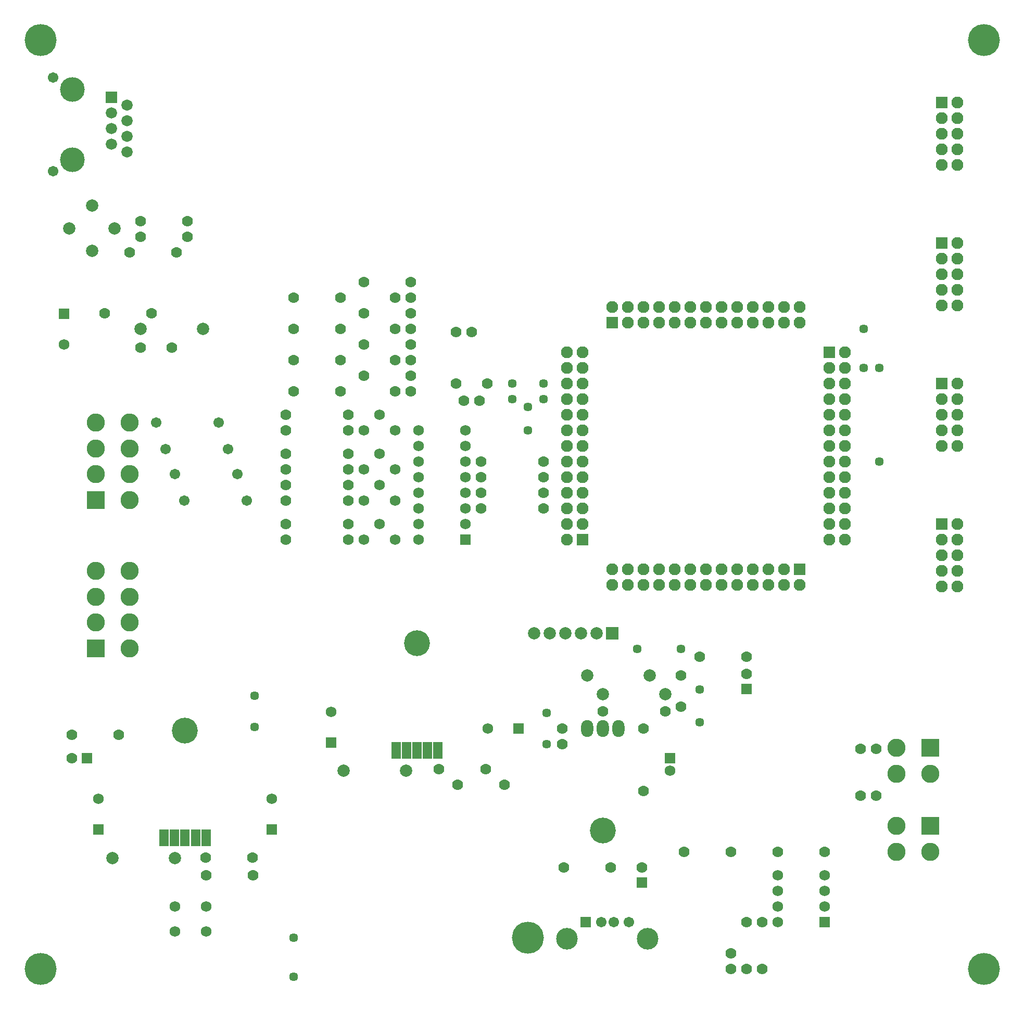
<source format=gts>
G04*
G04 #@! TF.GenerationSoftware,Altium Limited,Altium Designer,21.5.1 (32)*
G04*
G04 Layer_Color=8388736*
%FSLAX25Y25*%
%MOIN*%
G70*
G04*
G04 #@! TF.SameCoordinates,C97E674D-CBD0-4417-8129-BB80065031B2*
G04*
G04*
G04 #@! TF.FilePolarity,Negative*
G04*
G01*
G75*
%ADD17C,0.07000*%
%ADD18R,0.07000X0.07000*%
%ADD19R,0.07000X0.07000*%
%ADD20C,0.06706*%
%ADD21C,0.07690*%
%ADD22R,0.07690X0.07690*%
%ADD23R,0.11627X0.11627*%
%ADD24C,0.11627*%
%ADD25C,0.07887*%
%ADD26C,0.15800*%
%ADD27C,0.07200*%
%ADD28R,0.07200X0.07200*%
%ADD29R,0.06800X0.06800*%
%ADD30C,0.06800*%
%ADD31R,0.07690X0.07690*%
%ADD32R,0.06706X0.06706*%
%ADD33C,0.13855*%
%ADD34C,0.20485*%
%ADD35R,0.06800X0.06800*%
%ADD36O,0.07800X0.10800*%
%ADD37C,0.16548*%
%ADD38R,0.07887X0.07887*%
%ADD39R,0.05918X0.10642*%
%ADD40C,0.05721*%
D17*
X40000Y170000D02*
D03*
X70000D02*
D03*
X40000Y155000D02*
D03*
X385000Y85000D02*
D03*
X355000D02*
D03*
X405000D02*
D03*
X472000Y209000D02*
D03*
Y220000D02*
D03*
X442000D02*
D03*
X522000Y95000D02*
D03*
X492000D02*
D03*
X227000Y460000D02*
D03*
X257000D02*
D03*
X227000Y440000D02*
D03*
X257000D02*
D03*
X227000Y420000D02*
D03*
X257000D02*
D03*
X227000Y400000D02*
D03*
X257000D02*
D03*
X212000Y390000D02*
D03*
X182000D02*
D03*
X212000Y410000D02*
D03*
X182000D02*
D03*
X212000Y430000D02*
D03*
X182000D02*
D03*
X212000Y450000D02*
D03*
X182000D02*
D03*
X61000Y440000D02*
D03*
X91000D02*
D03*
X84000Y499000D02*
D03*
X114000D02*
D03*
X77000Y479000D02*
D03*
X107000D02*
D03*
X84000Y489000D02*
D03*
X114000D02*
D03*
X104000Y418000D02*
D03*
X84000D02*
D03*
X247000Y450000D02*
D03*
X257000D02*
D03*
X247000Y430000D02*
D03*
X257000D02*
D03*
X247000Y410000D02*
D03*
X257000D02*
D03*
X247000Y390000D02*
D03*
X257000D02*
D03*
X545000Y161000D02*
D03*
Y131000D02*
D03*
X555000D02*
D03*
Y161000D02*
D03*
X462000Y30000D02*
D03*
Y20000D02*
D03*
X472000D02*
D03*
Y50000D02*
D03*
X482000Y20000D02*
D03*
Y50000D02*
D03*
X462000Y95000D02*
D03*
X432000D02*
D03*
X305157Y148000D02*
D03*
X275157D02*
D03*
X287000Y138000D02*
D03*
X317000D02*
D03*
X354000Y164000D02*
D03*
Y174000D02*
D03*
X380000Y185000D02*
D03*
X420000D02*
D03*
X406000Y174000D02*
D03*
Y134000D02*
D03*
X430000Y188000D02*
D03*
Y208000D02*
D03*
X302000Y315000D02*
D03*
X342000D02*
D03*
Y335000D02*
D03*
X302000D02*
D03*
X286000Y395000D02*
D03*
X306000D02*
D03*
X302000Y325000D02*
D03*
X342000D02*
D03*
X302000Y345000D02*
D03*
X342000D02*
D03*
X155923Y91234D02*
D03*
X125923D02*
D03*
X126000Y80000D02*
D03*
X156000D02*
D03*
X177000Y320000D02*
D03*
X217000D02*
D03*
X177000Y305000D02*
D03*
X217000D02*
D03*
X177000Y295000D02*
D03*
X217000D02*
D03*
X177000Y340000D02*
D03*
X217000D02*
D03*
X177000Y330000D02*
D03*
X217000D02*
D03*
X177000Y350000D02*
D03*
X217000D02*
D03*
X177000Y365000D02*
D03*
X217000D02*
D03*
X177000Y375000D02*
D03*
X217000D02*
D03*
X301000Y384000D02*
D03*
X291000D02*
D03*
X296000Y428000D02*
D03*
X286000D02*
D03*
D18*
X49700Y155000D02*
D03*
D19*
X405000Y75300D02*
D03*
X472000Y199300D02*
D03*
D20*
X152000Y320000D02*
D03*
X112000D02*
D03*
X146000Y337000D02*
D03*
X106000D02*
D03*
X134000Y370000D02*
D03*
X94000D02*
D03*
X140000Y353000D02*
D03*
X100000D02*
D03*
X28105Y590970D02*
D03*
Y530970D02*
D03*
X379126Y50000D02*
D03*
X387000D02*
D03*
X396843D02*
D03*
D21*
X416000Y444000D02*
D03*
X396000Y434000D02*
D03*
X386000Y444000D02*
D03*
X396000D02*
D03*
X426000D02*
D03*
X436000D02*
D03*
X446000D02*
D03*
X456000D02*
D03*
X466000D02*
D03*
X476000D02*
D03*
X486000D02*
D03*
X496000D02*
D03*
X506000D02*
D03*
X406000D02*
D03*
X416000Y434000D02*
D03*
X426000D02*
D03*
X436000D02*
D03*
X446000D02*
D03*
X456000D02*
D03*
X466000D02*
D03*
X476000D02*
D03*
X486000D02*
D03*
X496000D02*
D03*
X506000D02*
D03*
X406000D02*
D03*
X607000Y265000D02*
D03*
X597000D02*
D03*
X607000Y275000D02*
D03*
X597000D02*
D03*
X607000Y285000D02*
D03*
X597000D02*
D03*
X607000Y295000D02*
D03*
X597000D02*
D03*
X607000Y305000D02*
D03*
Y535000D02*
D03*
X597000D02*
D03*
X607000Y545000D02*
D03*
X597000D02*
D03*
X607000Y555000D02*
D03*
X597000D02*
D03*
X607000Y565000D02*
D03*
X597000D02*
D03*
X607000Y575000D02*
D03*
Y445000D02*
D03*
X597000D02*
D03*
X607000Y455000D02*
D03*
X597000D02*
D03*
X607000Y465000D02*
D03*
X597000D02*
D03*
X607000Y475000D02*
D03*
X597000D02*
D03*
X607000Y485000D02*
D03*
Y395000D02*
D03*
X597000Y385000D02*
D03*
X607000D02*
D03*
X597000Y375000D02*
D03*
X607000D02*
D03*
X597000Y365000D02*
D03*
X607000D02*
D03*
X597000Y355000D02*
D03*
X607000D02*
D03*
X367000Y315000D02*
D03*
Y415000D02*
D03*
Y405000D02*
D03*
Y395000D02*
D03*
Y385000D02*
D03*
Y375000D02*
D03*
Y365000D02*
D03*
Y355000D02*
D03*
Y345000D02*
D03*
Y335000D02*
D03*
Y325000D02*
D03*
X357000Y315000D02*
D03*
Y415000D02*
D03*
Y405000D02*
D03*
Y395000D02*
D03*
Y385000D02*
D03*
Y375000D02*
D03*
Y365000D02*
D03*
Y355000D02*
D03*
Y345000D02*
D03*
Y335000D02*
D03*
Y305000D02*
D03*
Y295000D02*
D03*
X367000Y305000D02*
D03*
X357000Y325000D02*
D03*
X486000Y276000D02*
D03*
X386000D02*
D03*
X396000D02*
D03*
X406000D02*
D03*
X416000D02*
D03*
X426000D02*
D03*
X436000D02*
D03*
X446000D02*
D03*
X456000D02*
D03*
X466000D02*
D03*
X476000D02*
D03*
X486000Y266000D02*
D03*
X386000D02*
D03*
X396000D02*
D03*
X406000D02*
D03*
X416000D02*
D03*
X426000D02*
D03*
X436000D02*
D03*
X446000D02*
D03*
X456000D02*
D03*
X466000D02*
D03*
X496000D02*
D03*
X506000D02*
D03*
X496000Y276000D02*
D03*
X476000Y266000D02*
D03*
X525000Y395000D02*
D03*
Y295000D02*
D03*
Y305000D02*
D03*
Y315000D02*
D03*
Y325000D02*
D03*
Y335000D02*
D03*
Y345000D02*
D03*
Y355000D02*
D03*
Y365000D02*
D03*
Y375000D02*
D03*
Y385000D02*
D03*
X535000Y395000D02*
D03*
Y295000D02*
D03*
Y305000D02*
D03*
Y315000D02*
D03*
Y325000D02*
D03*
Y335000D02*
D03*
Y345000D02*
D03*
Y355000D02*
D03*
Y365000D02*
D03*
Y375000D02*
D03*
Y405000D02*
D03*
Y415000D02*
D03*
X525000Y405000D02*
D03*
X535000Y385000D02*
D03*
D22*
X386000Y434000D02*
D03*
X506000Y276000D02*
D03*
D23*
X55347Y320394D02*
D03*
X589653Y111535D02*
D03*
Y161535D02*
D03*
X55347Y225394D02*
D03*
D24*
X77000Y320394D02*
D03*
X55347Y336929D02*
D03*
X77000D02*
D03*
X55347Y353465D02*
D03*
X77000D02*
D03*
X55347Y370000D02*
D03*
X77000D02*
D03*
X568000Y111535D02*
D03*
X589653Y95000D02*
D03*
X568000D02*
D03*
Y161535D02*
D03*
X589653Y145000D02*
D03*
X568000D02*
D03*
X77000Y225394D02*
D03*
X55347Y241929D02*
D03*
X77000D02*
D03*
X55347Y258465D02*
D03*
X77000D02*
D03*
X55347Y275000D02*
D03*
X77000D02*
D03*
D25*
X53000Y479918D02*
D03*
X67476Y494394D02*
D03*
X53000Y508871D02*
D03*
X38524Y494394D02*
D03*
X84000Y430000D02*
D03*
X124000D02*
D03*
X370000Y208000D02*
D03*
X410000D02*
D03*
X380000Y196000D02*
D03*
X420000D02*
D03*
X336000Y235000D02*
D03*
X346000D02*
D03*
X356000D02*
D03*
X366000D02*
D03*
X376000D02*
D03*
X106234Y91077D02*
D03*
X66234D02*
D03*
X214158Y147000D02*
D03*
X254157D02*
D03*
D26*
X40605Y583470D02*
D03*
Y538470D02*
D03*
D27*
X65605Y558470D02*
D03*
X75605Y563470D02*
D03*
Y573470D02*
D03*
X65605Y568470D02*
D03*
X75605Y553470D02*
D03*
Y543470D02*
D03*
X65605Y548470D02*
D03*
D28*
Y578470D02*
D03*
D29*
X35000Y439761D02*
D03*
X423000Y154937D02*
D03*
X57234Y109234D02*
D03*
X167998Y109313D02*
D03*
X206157Y165000D02*
D03*
D30*
X35000Y420076D02*
D03*
X522000Y60000D02*
D03*
Y70000D02*
D03*
X492000D02*
D03*
Y60000D02*
D03*
Y50000D02*
D03*
Y80000D02*
D03*
X522000D02*
D03*
X306315Y174000D02*
D03*
X423000Y147063D02*
D03*
X57234Y128919D02*
D03*
X126234Y60000D02*
D03*
X106234Y44000D02*
D03*
X126234D02*
D03*
X106234Y60000D02*
D03*
X167998Y128998D02*
D03*
X206157Y184685D02*
D03*
X247000Y295000D02*
D03*
X227000D02*
D03*
X237000Y305000D02*
D03*
X247000Y320000D02*
D03*
X227000D02*
D03*
X237000Y330000D02*
D03*
X262000Y295000D02*
D03*
Y305000D02*
D03*
Y315000D02*
D03*
X292000D02*
D03*
Y305000D02*
D03*
Y325000D02*
D03*
Y335000D02*
D03*
X262000D02*
D03*
Y325000D02*
D03*
X292000Y345000D02*
D03*
Y355000D02*
D03*
X262000D02*
D03*
Y345000D02*
D03*
Y365000D02*
D03*
X292000D02*
D03*
X247000Y340000D02*
D03*
X227000D02*
D03*
X237000Y350000D02*
D03*
X247000Y365000D02*
D03*
X227000D02*
D03*
X237000Y375000D02*
D03*
D31*
X597000Y305000D02*
D03*
Y575000D02*
D03*
Y485000D02*
D03*
Y395000D02*
D03*
X367000Y295000D02*
D03*
X525000Y415000D02*
D03*
D32*
X369284Y50000D02*
D03*
D33*
X357197Y39331D02*
D03*
X408929D02*
D03*
D34*
X332000Y40000D02*
D03*
X20000Y20000D02*
D03*
Y615000D02*
D03*
X624000Y20000D02*
D03*
Y615000D02*
D03*
D35*
X522000Y50000D02*
D03*
X326000Y174000D02*
D03*
X292000Y295000D02*
D03*
D36*
X390000Y174000D02*
D03*
X380000D02*
D03*
X370000D02*
D03*
D37*
X380000Y108567D02*
D03*
X112620Y172777D02*
D03*
X261157Y228700D02*
D03*
D38*
X386000Y235000D02*
D03*
D39*
X112620Y104077D02*
D03*
X119313D02*
D03*
X126006D02*
D03*
X105927D02*
D03*
X99234D02*
D03*
X247772Y160000D02*
D03*
X254465D02*
D03*
X274543D02*
D03*
X267850D02*
D03*
X261157D02*
D03*
D40*
X430000Y225000D02*
D03*
X547000Y430000D02*
D03*
X557000Y345000D02*
D03*
Y405000D02*
D03*
X182000Y15000D02*
D03*
Y40000D02*
D03*
X344000Y164000D02*
D03*
Y184000D02*
D03*
X442000Y199000D02*
D03*
Y178000D02*
D03*
X402000Y225000D02*
D03*
X322000Y385000D02*
D03*
Y395000D02*
D03*
X332000Y365000D02*
D03*
Y380000D02*
D03*
X342000Y385000D02*
D03*
Y395000D02*
D03*
X547000Y405000D02*
D03*
X157000Y175000D02*
D03*
Y195000D02*
D03*
M02*

</source>
